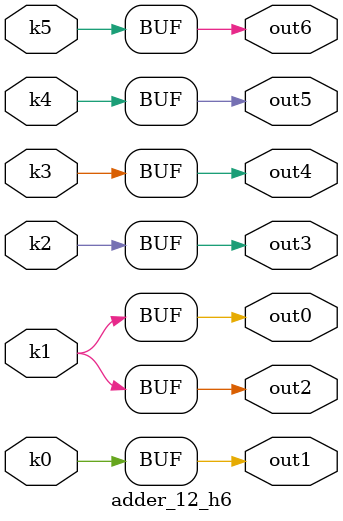
<source format=v>
module adder_12(pi00, pi01, pi02, pi03, pi04, pi05, pi06, pi07, pi08, pi09, pi10, po0, po1, po2, po3, po4, po5, po6);
input pi00, pi01, pi02, pi03, pi04, pi05, pi06, pi07, pi08, pi09, pi10;
output po0, po1, po2, po3, po4, po5, po6;
wire k0, k1, k2, k3, k4, k5;
adder_12_w6 DUT1 (pi00, pi01, pi02, pi03, pi04, pi05, pi06, pi07, pi08, pi09, pi10, k0, k1, k2, k3, k4, k5);
adder_12_h6 DUT2 (k0, k1, k2, k3, k4, k5, po0, po1, po2, po3, po4, po5, po6);
endmodule

module adder_12_w6(in10, in9, in8, in7, in6, in5, in4, in3, in2, in1, in0, k5, k4, k3, k2, k1, k0);
input in10, in9, in8, in7, in6, in5, in4, in3, in2, in1, in0;
output k5, k4, k3, k2, k1, k0;
assign k0 =   (((~in10 & (~in5 | in0)) | (~in5 & in0)) & (~in6 | ~in1) & (~in7 | ~in2) & (~in8 | ~in3) & (~in9 | ~in4)) | ((~in6 | ~in1) & (((~in7 | ~in2) & ((~in9 & ~in4 & (~in8 | ~in3)) | (~in8 & ~in3))) | (~in7 & ~in2))) | (~in6 & ~in1);
assign k1 =   ((in6 ^ in1) & ((((in10 & (in5 | ~in0)) | (in5 & ~in0)) & (in7 | in2) & (in8 | in3) & (in9 | in4)) | ((in7 | in2) & ((in9 & in4 & (in8 | in3)) | (in8 & in3))) | (in7 & in2))) | (((~in5 & in0) | (~in10 & (~in5 | in0))) & (~in6 ^ in1) & (~in7 | ~in2) & (~in8 | ~in3) & (~in9 | ~in4)) | ((~in7 | ~in2) & (~in6 ^ in1) & ((~in8 & ~in3) | (~in9 & ~in4 & (~in8 | ~in3)))) | (~in7 & ~in2 & (~in6 ^ in1));
assign k2 =   ((in7 ^ in2) & ((((in10 & (in5 | ~in0)) | (in5 & ~in0)) & (in8 | in3) & (in9 | in4)) | (in9 & in4 & (in8 | in3)) | (in8 & in3))) | (((~in5 & in0) | (~in10 & (~in5 | in0))) & (~in7 ^ in2) & (~in8 | ~in3) & (~in9 | ~in4)) | ((~in7 ^ in2) & ((~in8 & ~in3) | (~in9 & ~in4 & (~in8 | ~in3))));
assign k3 =   ((in8 ^ in3) & ((((in10 & (in5 | ~in0)) | (in5 & ~in0)) & (in9 | in4)) | (in9 & in4))) | (((~in5 & in0) | (~in10 & (~in5 | in0))) & (~in9 | ~in4) & (~in8 ^ in3)) | (~in9 & ~in4 & (~in8 ^ in3));
assign k4 =   ((in9 ^ in4) & ((in10 & (in5 | ~in0)) | (in5 & ~in0))) | (((~in5 & in0) | (~in10 & (~in5 | in0))) & (~in9 ^ in4));
assign k5 =   in10 ? (~in5 ^ in0) : (in5 ^ in0);
endmodule

module adder_12_h6(k5, k4, k3, k2, k1, k0, out6, out5, out4, out3, out2, out1, out0);
input k5, k4, k3, k2, k1, k0;
output out6, out5, out4, out3, out2, out1, out0;
assign out0 = k1;
assign out1 = k0;
assign out2 = k1;
assign out3 = k2;
assign out4 = k3;
assign out5 = k4;
assign out6 = k5;
endmodule

</source>
